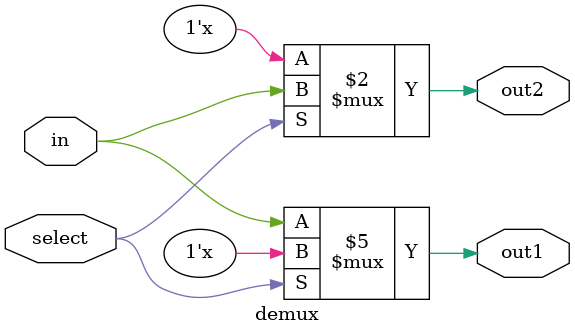
<source format=sv>
module demux(
  output out1 ,
  output out2 ,
  input select ,
  input in );
  reg out1 , out2;
  always @( in or select )
    begin
      case(select)
        0 :
        begin
          out1 = in;
          out2 = 1'bx ;
        end
        1 :
        begin
          out1 = 1'bx ;
          out2 = in;
        end
      endcase
    end
endmodule

</source>
